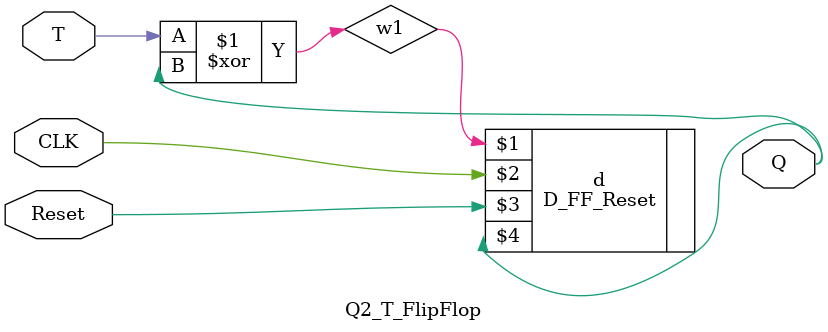
<source format=v>
`timescale 1ns / 1ps
module Q2_T_FlipFlop(
    input T,
    input CLK,
    input Reset,
    output Q
    );
	wire w1;
	assign w1 = T^Q;
	D_FF_Reset d(w1, CLK, Reset, Q);

endmodule

</source>
